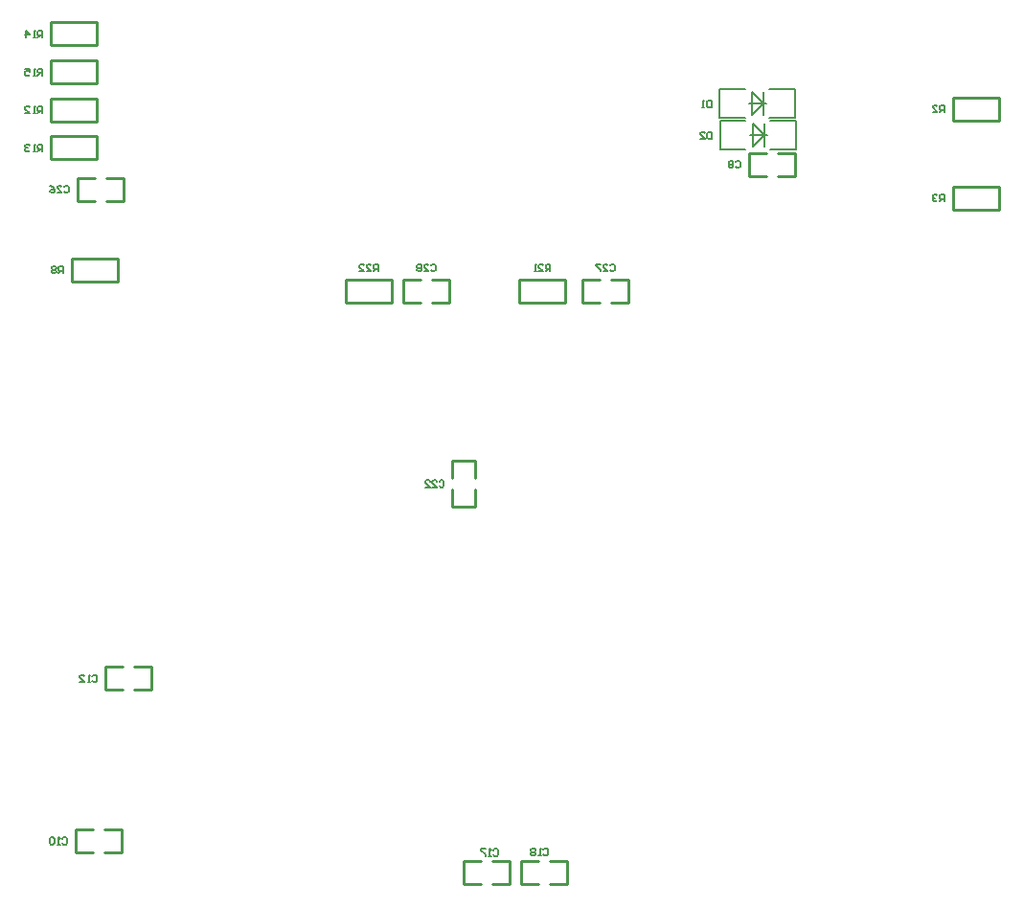
<source format=gbo>
G04 Layer_Color=32896*
%FSLAX24Y24*%
%MOIN*%
G70*
G01*
G75*
%ADD10C,0.0050*%
%ADD33C,0.0100*%
%ADD37C,0.0080*%
%ADD39C,0.0079*%
D10*
X4010Y34020D02*
Y34260D01*
X3890D01*
X3850Y34220D01*
Y34140D01*
X3890Y34100D01*
X4010D01*
X3930D02*
X3850Y34020D01*
X3770D02*
X3690D01*
X3730D01*
Y34260D01*
X3770Y34220D01*
X3570D02*
X3530Y34260D01*
X3450D01*
X3410Y34220D01*
Y34180D01*
X3450Y34140D01*
X3490D01*
X3450D01*
X3410Y34100D01*
Y34060D01*
X3450Y34020D01*
X3530D01*
X3570Y34060D01*
X4010Y35340D02*
Y35580D01*
X3890D01*
X3850Y35540D01*
Y35460D01*
X3890Y35420D01*
X4010D01*
X3930D02*
X3850Y35340D01*
X3770D02*
X3690D01*
X3730D01*
Y35580D01*
X3770Y35540D01*
X3410Y35340D02*
X3570D01*
X3410Y35500D01*
Y35540D01*
X3450Y35580D01*
X3530D01*
X3570Y35540D01*
X17530Y30040D02*
X17570Y30080D01*
X17650D01*
X17690Y30040D01*
Y29880D01*
X17650Y29840D01*
X17570D01*
X17530Y29880D01*
X17290Y29840D02*
X17450D01*
X17290Y30000D01*
Y30040D01*
X17330Y30080D01*
X17410D01*
X17450Y30040D01*
X17210D02*
X17170Y30080D01*
X17090D01*
X17050Y30040D01*
Y30000D01*
X17090Y29960D01*
X17050Y29920D01*
Y29880D01*
X17090Y29840D01*
X17170D01*
X17210Y29880D01*
Y29920D01*
X17170Y29960D01*
X17210Y30000D01*
Y30040D01*
X17170Y29960D02*
X17090D01*
X23760Y30040D02*
X23800Y30080D01*
X23880D01*
X23920Y30040D01*
Y29880D01*
X23880Y29840D01*
X23800D01*
X23760Y29880D01*
X23520Y29840D02*
X23680D01*
X23520Y30000D01*
Y30040D01*
X23560Y30080D01*
X23640D01*
X23680Y30040D01*
X23440Y30080D02*
X23280D01*
Y30040D01*
X23440Y29880D01*
Y29840D01*
X4760Y32780D02*
X4800Y32820D01*
X4880D01*
X4920Y32780D01*
Y32620D01*
X4880Y32580D01*
X4800D01*
X4760Y32620D01*
X4520Y32580D02*
X4680D01*
X4520Y32740D01*
Y32780D01*
X4560Y32820D01*
X4640D01*
X4680Y32780D01*
X4280Y32820D02*
X4360Y32780D01*
X4440Y32700D01*
Y32620D01*
X4400Y32580D01*
X4320D01*
X4280Y32620D01*
Y32660D01*
X4320Y32700D01*
X4440D01*
X15690Y29840D02*
Y30080D01*
X15570D01*
X15530Y30040D01*
Y29960D01*
X15570Y29920D01*
X15690D01*
X15610D02*
X15530Y29840D01*
X15290D02*
X15450D01*
X15290Y30000D01*
Y30040D01*
X15330Y30080D01*
X15410D01*
X15450Y30040D01*
X15050Y29840D02*
X15210D01*
X15050Y30000D01*
Y30040D01*
X15090Y30080D01*
X15170D01*
X15210Y30040D01*
X21680Y29840D02*
Y30080D01*
X21560D01*
X21520Y30040D01*
Y29960D01*
X21560Y29920D01*
X21680D01*
X21600D02*
X21520Y29840D01*
X21280D02*
X21440D01*
X21280Y30000D01*
Y30040D01*
X21320Y30080D01*
X21400D01*
X21440Y30040D01*
X21200Y29840D02*
X21120D01*
X21160D01*
Y30080D01*
X21200Y30040D01*
X4010Y36660D02*
Y36900D01*
X3890D01*
X3850Y36860D01*
Y36780D01*
X3890Y36740D01*
X4010D01*
X3930D02*
X3850Y36660D01*
X3770D02*
X3690D01*
X3730D01*
Y36900D01*
X3770Y36860D01*
X3410Y36900D02*
X3570D01*
Y36780D01*
X3490Y36820D01*
X3450D01*
X3410Y36780D01*
Y36700D01*
X3450Y36660D01*
X3530D01*
X3570Y36700D01*
X4010Y37980D02*
Y38220D01*
X3890D01*
X3850Y38180D01*
Y38100D01*
X3890Y38060D01*
X4010D01*
X3930D02*
X3850Y37980D01*
X3770D02*
X3690D01*
X3730D01*
Y38220D01*
X3770Y38180D01*
X3450Y37980D02*
Y38220D01*
X3570Y38100D01*
X3410D01*
X4730Y29780D02*
Y30020D01*
X4610D01*
X4570Y29980D01*
Y29900D01*
X4610Y29860D01*
X4730D01*
X4650D02*
X4570Y29780D01*
X4490Y29980D02*
X4450Y30020D01*
X4370D01*
X4330Y29980D01*
Y29940D01*
X4370Y29900D01*
X4330Y29860D01*
Y29820D01*
X4370Y29780D01*
X4450D01*
X4490Y29820D01*
Y29860D01*
X4450Y29900D01*
X4490Y29940D01*
Y29980D01*
X4450Y29900D02*
X4370D01*
X35390Y32270D02*
Y32510D01*
X35270D01*
X35230Y32470D01*
Y32390D01*
X35270Y32350D01*
X35390D01*
X35310D02*
X35230Y32270D01*
X35150Y32470D02*
X35110Y32510D01*
X35030D01*
X34990Y32470D01*
Y32430D01*
X35030Y32390D01*
X35070D01*
X35030D01*
X34990Y32350D01*
Y32310D01*
X35030Y32270D01*
X35110D01*
X35150Y32310D01*
X35390Y35380D02*
Y35620D01*
X35270D01*
X35230Y35580D01*
Y35500D01*
X35270Y35460D01*
X35390D01*
X35310D02*
X35230Y35380D01*
X34990D02*
X35150D01*
X34990Y35540D01*
Y35580D01*
X35030Y35620D01*
X35110D01*
X35150Y35580D01*
X27310Y34690D02*
Y34450D01*
X27190D01*
X27150Y34490D01*
Y34650D01*
X27190Y34690D01*
X27310D01*
X26910Y34450D02*
X27070D01*
X26910Y34610D01*
Y34650D01*
X26950Y34690D01*
X27030D01*
X27070Y34650D01*
X27290Y35800D02*
Y35560D01*
X27170D01*
X27130Y35600D01*
Y35760D01*
X27170Y35800D01*
X27290D01*
X27050Y35560D02*
X26970D01*
X27010D01*
Y35800D01*
X27050Y35760D01*
X17820Y22530D02*
X17860Y22570D01*
X17940D01*
X17980Y22530D01*
Y22370D01*
X17940Y22330D01*
X17860D01*
X17820Y22370D01*
X17580Y22330D02*
X17740D01*
X17580Y22490D01*
Y22530D01*
X17620Y22570D01*
X17700D01*
X17740Y22530D01*
X17340Y22330D02*
X17500D01*
X17340Y22490D01*
Y22530D01*
X17380Y22570D01*
X17460D01*
X17500Y22530D01*
X21440Y9710D02*
X21480Y9750D01*
X21560D01*
X21600Y9710D01*
Y9550D01*
X21560Y9510D01*
X21480D01*
X21440Y9550D01*
X21360Y9510D02*
X21280D01*
X21320D01*
Y9750D01*
X21360Y9710D01*
X21160D02*
X21120Y9750D01*
X21040D01*
X21000Y9710D01*
Y9670D01*
X21040Y9630D01*
X21000Y9590D01*
Y9550D01*
X21040Y9510D01*
X21120D01*
X21160Y9550D01*
Y9590D01*
X21120Y9630D01*
X21160Y9670D01*
Y9710D01*
X21120Y9630D02*
X21040D01*
X19700Y9700D02*
X19740Y9740D01*
X19820D01*
X19860Y9700D01*
Y9540D01*
X19820Y9500D01*
X19740D01*
X19700Y9540D01*
X19620Y9500D02*
X19540D01*
X19580D01*
Y9740D01*
X19620Y9700D01*
X19420Y9740D02*
X19260D01*
Y9700D01*
X19420Y9540D01*
Y9500D01*
X5750Y15760D02*
X5790Y15800D01*
X5870D01*
X5910Y15760D01*
Y15600D01*
X5870Y15560D01*
X5790D01*
X5750Y15600D01*
X5670Y15560D02*
X5590D01*
X5630D01*
Y15800D01*
X5670Y15760D01*
X5310Y15560D02*
X5470D01*
X5310Y15720D01*
Y15760D01*
X5350Y15800D01*
X5430D01*
X5470Y15760D01*
X4700Y10100D02*
X4740Y10140D01*
X4820D01*
X4860Y10100D01*
Y9940D01*
X4820Y9900D01*
X4740D01*
X4700Y9940D01*
X4620Y9900D02*
X4540D01*
X4580D01*
Y10140D01*
X4620Y10100D01*
X4420D02*
X4380Y10140D01*
X4300D01*
X4260Y10100D01*
Y9940D01*
X4300Y9900D01*
X4380D01*
X4420Y9940D01*
Y10100D01*
X28130Y33640D02*
X28170Y33680D01*
X28250D01*
X28290Y33640D01*
Y33480D01*
X28250Y33440D01*
X28170D01*
X28130Y33480D01*
X28050Y33640D02*
X28010Y33680D01*
X27930D01*
X27890Y33640D01*
Y33600D01*
X27930Y33560D01*
X27890Y33520D01*
Y33480D01*
X27930Y33440D01*
X28010D01*
X28050Y33480D01*
Y33520D01*
X28010Y33560D01*
X28050Y33600D01*
Y33640D01*
X28010Y33560D02*
X27930D01*
D33*
X5030Y29500D02*
Y30300D01*
X6630Y29500D02*
Y30300D01*
X5030Y29500D02*
X6630D01*
X5030Y30300D02*
X6630D01*
X5912Y37703D02*
Y38503D01*
X4312Y37703D02*
Y38503D01*
X5912D01*
X4312Y37703D02*
X5912D01*
Y36383D02*
Y37183D01*
X4312Y36383D02*
Y37183D01*
X5912D01*
X4312Y36383D02*
X5912D01*
Y35063D02*
Y35863D01*
X4312Y35063D02*
Y35863D01*
X5912D01*
X4312Y35063D02*
X5912D01*
Y33743D02*
Y34543D01*
X4312Y33743D02*
Y34543D01*
X5912D01*
X4312Y33743D02*
X5912D01*
X22200Y28742D02*
Y29541D01*
X20600Y28742D02*
Y29541D01*
X22200D01*
X20600Y28742D02*
X22200D01*
X16168D02*
Y29541D01*
X14568Y28742D02*
Y29541D01*
X16168D01*
X14568Y28742D02*
X16168D01*
X35690Y35100D02*
Y35900D01*
X37290Y35100D02*
Y35900D01*
X35690Y35100D02*
X37290D01*
X35690Y35900D02*
X37290D01*
X35690Y31990D02*
Y32790D01*
X37290Y31990D02*
Y32790D01*
X35690Y31990D02*
X37290D01*
X35690Y32790D02*
X37290D01*
X29590Y33960D02*
X30190D01*
X29590Y33160D02*
X30190D01*
X28590Y33960D02*
X29190D01*
X28590Y33160D02*
X29190D01*
X30190D02*
Y33960D01*
X28590Y33160D02*
Y33960D01*
X5158Y9620D02*
Y10420D01*
X6758Y9620D02*
Y10420D01*
X5158Y9620D02*
X5758D01*
X5158Y10420D02*
X5758D01*
X6158Y9620D02*
X6758D01*
X6158Y10420D02*
X6758D01*
X6212Y15280D02*
X6812D01*
X6212Y16080D02*
X6812D01*
X7212Y15280D02*
X7812D01*
X7212Y16080D02*
X7812D01*
X6212Y15280D02*
Y16080D01*
X7812Y15280D02*
Y16080D01*
X18660Y8520D02*
Y9320D01*
X20260Y8520D02*
Y9320D01*
X18660Y8520D02*
X19260D01*
X18660Y9320D02*
X19260D01*
X19660Y8520D02*
X20260D01*
X19660Y9320D02*
X20260D01*
X21660D02*
X22260D01*
X21660Y8520D02*
X22260D01*
X20660Y9320D02*
X21260D01*
X20660Y8520D02*
X21260D01*
X22260D02*
Y9320D01*
X20660Y8520D02*
Y9320D01*
X18280Y22650D02*
Y23250D01*
X19080Y22650D02*
Y23250D01*
X18280Y21650D02*
Y22250D01*
X19080Y21650D02*
Y22250D01*
X18280Y23250D02*
X19080D01*
X18280Y21650D02*
X19080D01*
X5220Y32300D02*
X5820D01*
X5220Y33100D02*
X5820D01*
X6220Y32300D02*
X6820D01*
X6220Y33100D02*
X6820D01*
X5220Y32300D02*
Y33100D01*
X6820Y32300D02*
Y33100D01*
X24400Y28742D02*
Y29541D01*
X22800Y28742D02*
Y29541D01*
X23800D02*
X24400D01*
X23800Y28742D02*
X24400D01*
X22800Y29541D02*
X23400D01*
X22800Y28742D02*
X23400D01*
X16568D02*
X17168D01*
X16568Y29541D02*
X17168D01*
X17568Y28742D02*
X18168D01*
X17568Y29541D02*
X18168D01*
X16568Y28742D02*
Y29541D01*
X18168Y28742D02*
Y29541D01*
D37*
X28715Y35280D02*
X29115Y35680D01*
X28715Y36080D02*
X29115Y35680D01*
X28715Y35280D02*
Y36080D01*
X29115Y35280D02*
Y36080D01*
X28615Y35680D02*
X29215D01*
X28735Y34170D02*
X29135Y34570D01*
X28735Y34970D02*
X29135Y34570D01*
X28735Y34170D02*
Y34970D01*
X29135Y34170D02*
Y34970D01*
X28635Y34570D02*
X29235D01*
D39*
X27575Y36180D02*
X27715D01*
X27575Y35180D02*
Y36180D01*
Y35180D02*
X27715D01*
X30205D02*
Y36180D01*
X29315Y35180D02*
X30065D01*
X29315Y36180D02*
X30065D01*
X27715D02*
X28465D01*
X27715Y35180D02*
X28465D01*
X30065D02*
X30195D01*
X30065Y36180D02*
X30205D01*
X27595Y35070D02*
X27735D01*
X27595Y34070D02*
Y35070D01*
Y34070D02*
X27735D01*
X30225D02*
Y35070D01*
X29335Y34070D02*
X30085D01*
X29335Y35070D02*
X30085D01*
X27735D02*
X28485D01*
X27735Y34070D02*
X28485D01*
X30085D02*
X30215D01*
X30085Y35070D02*
X30225D01*
M02*

</source>
